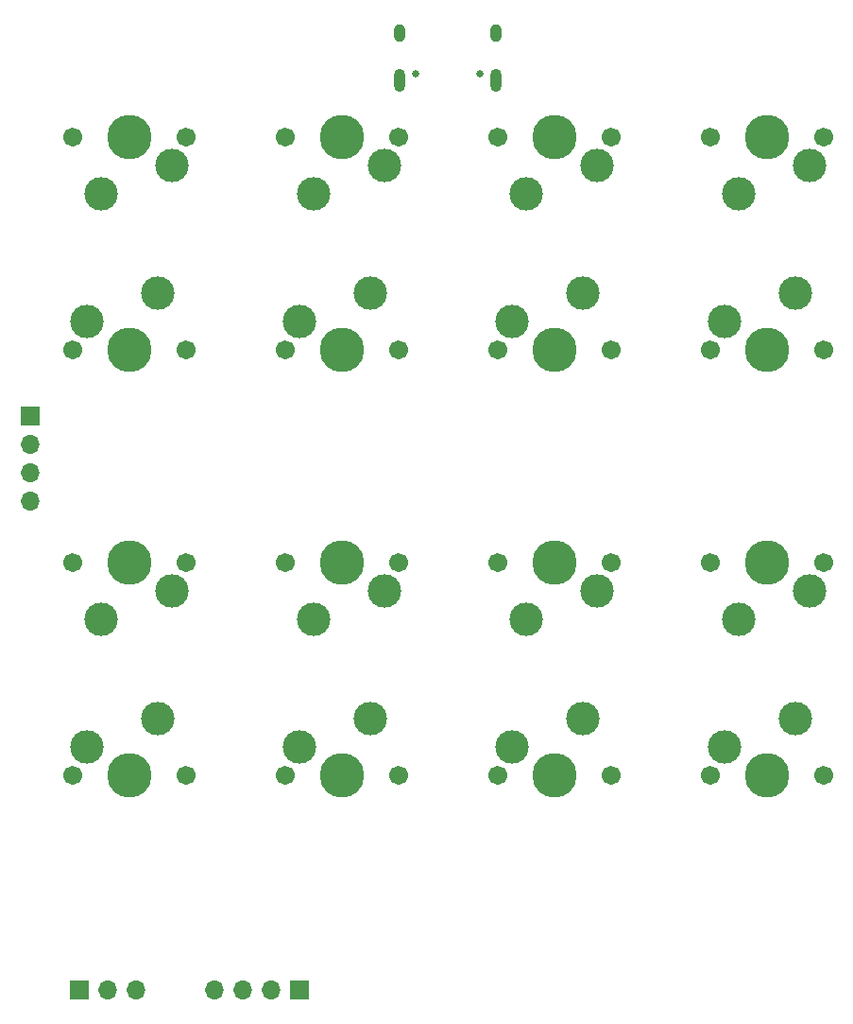
<source format=gbr>
%TF.GenerationSoftware,KiCad,Pcbnew,(5.1.2)-2*%
%TF.CreationDate,2020-03-24T23:19:37+08:00*%
%TF.ProjectId,wingxx-receiver-v4,77696e67-7878-42d7-9265-636569766572,rev?*%
%TF.SameCoordinates,Original*%
%TF.FileFunction,Soldermask,Top*%
%TF.FilePolarity,Negative*%
%FSLAX46Y46*%
G04 Gerber Fmt 4.6, Leading zero omitted, Abs format (unit mm)*
G04 Created by KiCad (PCBNEW (5.1.2)-2) date 2020-03-24 23:19:37*
%MOMM*%
%LPD*%
G04 APERTURE LIST*
%ADD10O,1.700000X1.700000*%
%ADD11R,1.700000X1.700000*%
%ADD12C,0.650000*%
%ADD13O,1.000000X2.100000*%
%ADD14O,1.000000X1.600000*%
%ADD15C,1.701800*%
%ADD16C,3.987800*%
%ADD17C,3.000000*%
G04 APERTURE END LIST*
D10*
X76835000Y-101600000D03*
X76835000Y-99060000D03*
X76835000Y-96520000D03*
D11*
X76835000Y-93980000D03*
D12*
X117190000Y-63400000D03*
X111410000Y-63400000D03*
D13*
X109980000Y-63930000D03*
X118620000Y-63930000D03*
D14*
X109980000Y-59750000D03*
X118620000Y-59750000D03*
D10*
X86360000Y-145415000D03*
X83820000Y-145415000D03*
D11*
X81280000Y-145415000D03*
D10*
X93345000Y-145415000D03*
X95885000Y-145415000D03*
X98425000Y-145415000D03*
D11*
X100965000Y-145415000D03*
D15*
X137795000Y-126206000D03*
X147955000Y-126206000D03*
D16*
X142875000Y-126206000D03*
D17*
X139065000Y-123666000D03*
X145415000Y-121126000D03*
D15*
X118745000Y-126206000D03*
X128905000Y-126206000D03*
D16*
X123825000Y-126206000D03*
D17*
X120015000Y-123666000D03*
X126365000Y-121126000D03*
D15*
X99695000Y-126206000D03*
X109855000Y-126206000D03*
D16*
X104775000Y-126206000D03*
D17*
X100965000Y-123666000D03*
X107315000Y-121126000D03*
D15*
X80645000Y-126206000D03*
X90805000Y-126206000D03*
D16*
X85725000Y-126206000D03*
D17*
X81915000Y-123666000D03*
X88265000Y-121126000D03*
D15*
X147955000Y-107156000D03*
X137795000Y-107156000D03*
D16*
X142875000Y-107156000D03*
D17*
X146685000Y-109696000D03*
X140335000Y-112236000D03*
D15*
X128905000Y-107156000D03*
X118745000Y-107156000D03*
D16*
X123825000Y-107156000D03*
D17*
X127635000Y-109696000D03*
X121285000Y-112236000D03*
D15*
X109855000Y-107156000D03*
X99695000Y-107156000D03*
D16*
X104775000Y-107156000D03*
D17*
X108585000Y-109696000D03*
X102235000Y-112236000D03*
D15*
X90805000Y-107156000D03*
X80645000Y-107156000D03*
D16*
X85725000Y-107156000D03*
D17*
X89535000Y-109696000D03*
X83185000Y-112236000D03*
D15*
X137795000Y-88106200D03*
X147955000Y-88106200D03*
D16*
X142875000Y-88106200D03*
D17*
X139065000Y-85566200D03*
X145415000Y-83026200D03*
D15*
X118745000Y-88106200D03*
X128905000Y-88106200D03*
D16*
X123825000Y-88106200D03*
D17*
X120015000Y-85566200D03*
X126365000Y-83026200D03*
D15*
X99695000Y-88106200D03*
X109855000Y-88106200D03*
D16*
X104775000Y-88106200D03*
D17*
X100965000Y-85566200D03*
X107315000Y-83026200D03*
D15*
X80645000Y-88106200D03*
X90805000Y-88106200D03*
D16*
X85725000Y-88106200D03*
D17*
X81915000Y-85566200D03*
X88265000Y-83026200D03*
D15*
X147955000Y-69056200D03*
X137795000Y-69056200D03*
D16*
X142875000Y-69056200D03*
D17*
X146685000Y-71596200D03*
X140335000Y-74136200D03*
D15*
X128905000Y-69056200D03*
X118745000Y-69056200D03*
D16*
X123825000Y-69056200D03*
D17*
X127635000Y-71596200D03*
X121285000Y-74136200D03*
D15*
X109855000Y-69056200D03*
X99695000Y-69056200D03*
D16*
X104775000Y-69056200D03*
D17*
X108585000Y-71596200D03*
X102235000Y-74136200D03*
D15*
X90805000Y-69056200D03*
X80645000Y-69056200D03*
D16*
X85725000Y-69056200D03*
D17*
X89535000Y-71596200D03*
X83185000Y-74136200D03*
M02*

</source>
